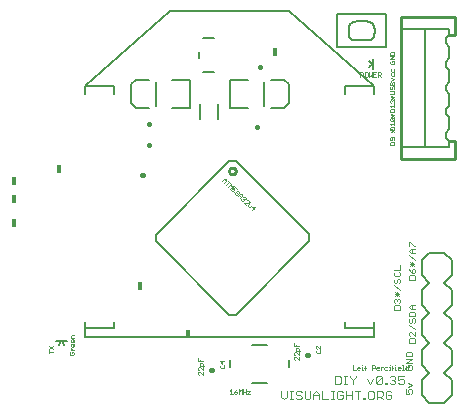
<source format=gto>
G75*
G70*
%OFA0B0*%
%FSLAX24Y24*%
%IPPOS*%
%LPD*%
%AMOC8*
5,1,8,0,0,1.08239X$1,22.5*
%
%ADD10C,0.0010*%
%ADD11C,0.0020*%
%ADD12C,0.0030*%
%ADD13C,0.0160*%
%ADD14C,0.0080*%
%ADD15C,0.0050*%
%ADD16R,0.0160X0.0280*%
%ADD17C,0.0100*%
D10*
X005970Y002255D02*
X005970Y002355D01*
X005970Y002402D02*
X006120Y002502D01*
X006120Y002402D02*
X005970Y002502D01*
X005970Y002305D02*
X006120Y002305D01*
X006670Y002280D02*
X006670Y002230D01*
X006695Y002205D01*
X006795Y002205D01*
X006820Y002230D01*
X006820Y002280D01*
X006795Y002305D01*
X006745Y002305D01*
X006745Y002255D01*
X006695Y002305D02*
X006670Y002280D01*
X006720Y002352D02*
X006820Y002352D01*
X006770Y002352D02*
X006720Y002402D01*
X006720Y002427D01*
X006745Y002475D02*
X006720Y002500D01*
X006720Y002550D01*
X006745Y002575D01*
X006770Y002575D01*
X006770Y002475D01*
X006795Y002475D02*
X006745Y002475D01*
X006795Y002475D02*
X006820Y002500D01*
X006820Y002550D01*
X006795Y002622D02*
X006745Y002622D01*
X006720Y002647D01*
X006720Y002697D01*
X006745Y002723D01*
X006770Y002723D01*
X006770Y002622D01*
X006795Y002622D02*
X006820Y002647D01*
X006820Y002697D01*
X006820Y002770D02*
X006720Y002770D01*
X006720Y002845D01*
X006745Y002870D01*
X006820Y002870D01*
X010955Y002083D02*
X010955Y001983D01*
X011105Y001983D01*
X011080Y001935D02*
X011105Y001910D01*
X011105Y001835D01*
X011105Y001788D02*
X011105Y001688D01*
X011005Y001788D01*
X010980Y001788D01*
X010955Y001763D01*
X010955Y001713D01*
X010980Y001688D01*
X010980Y001641D02*
X010955Y001616D01*
X010955Y001566D01*
X010980Y001541D01*
X010980Y001641D02*
X011005Y001641D01*
X011105Y001541D01*
X011105Y001641D01*
X011155Y001835D02*
X011005Y001835D01*
X011005Y001910D01*
X011030Y001935D01*
X011080Y001935D01*
X011030Y001983D02*
X011030Y002033D01*
X011680Y001983D02*
X011755Y001908D01*
X011755Y002008D01*
X011830Y001983D02*
X011680Y001983D01*
X011705Y001860D02*
X011680Y001835D01*
X011680Y001785D01*
X011705Y001760D01*
X011805Y001760D01*
X011830Y001785D01*
X011830Y001835D01*
X011805Y001860D01*
X012055Y001055D02*
X012055Y000905D01*
X012005Y000905D02*
X012105Y000905D01*
X012152Y000930D02*
X012177Y000905D01*
X012227Y000905D01*
X012252Y000930D01*
X012252Y000955D01*
X012227Y000980D01*
X012152Y000980D01*
X012152Y000930D01*
X012152Y000980D02*
X012202Y001030D01*
X012252Y001055D01*
X012300Y001055D02*
X012300Y000905D01*
X012400Y000905D02*
X012400Y001055D01*
X012350Y001005D01*
X012300Y001055D01*
X012447Y001055D02*
X012447Y000905D01*
X012447Y000980D02*
X012547Y000980D01*
X012594Y001005D02*
X012694Y001005D01*
X012594Y000905D01*
X012694Y000905D01*
X012547Y000905D02*
X012547Y001055D01*
X012055Y001055D02*
X012005Y001005D01*
X014155Y002066D02*
X014180Y002041D01*
X014155Y002066D02*
X014155Y002116D01*
X014180Y002141D01*
X014205Y002141D01*
X014305Y002041D01*
X014305Y002141D01*
X014305Y002188D02*
X014205Y002288D01*
X014180Y002288D01*
X014155Y002263D01*
X014155Y002213D01*
X014180Y002188D01*
X014305Y002188D02*
X014305Y002288D01*
X014305Y002335D02*
X014305Y002410D01*
X014280Y002435D01*
X014230Y002435D01*
X014205Y002410D01*
X014205Y002335D01*
X014355Y002335D01*
X014305Y002483D02*
X014155Y002483D01*
X014155Y002583D01*
X014230Y002533D02*
X014230Y002483D01*
X014880Y002483D02*
X014880Y002433D01*
X014905Y002408D01*
X014905Y002360D02*
X014880Y002335D01*
X014880Y002285D01*
X014905Y002260D01*
X015005Y002260D01*
X015030Y002285D01*
X015030Y002335D01*
X015005Y002360D01*
X015030Y002408D02*
X014930Y002508D01*
X014905Y002508D01*
X014880Y002483D01*
X015030Y002508D02*
X015030Y002408D01*
X016105Y001855D02*
X016105Y001705D01*
X016205Y001705D01*
X016252Y001730D02*
X016252Y001780D01*
X016277Y001805D01*
X016327Y001805D01*
X016352Y001780D01*
X016352Y001755D01*
X016252Y001755D01*
X016252Y001730D02*
X016277Y001705D01*
X016327Y001705D01*
X016400Y001705D02*
X016450Y001705D01*
X016425Y001705D02*
X016425Y001805D01*
X016400Y001805D01*
X016425Y001855D02*
X016425Y001880D01*
X016523Y001830D02*
X016548Y001855D01*
X016523Y001830D02*
X016523Y001705D01*
X016498Y001780D02*
X016548Y001780D01*
X016743Y001755D02*
X016818Y001755D01*
X016843Y001780D01*
X016843Y001830D01*
X016818Y001855D01*
X016743Y001855D01*
X016743Y001705D01*
X016891Y001730D02*
X016891Y001780D01*
X016916Y001805D01*
X016966Y001805D01*
X016991Y001780D01*
X016991Y001755D01*
X016891Y001755D01*
X016891Y001730D02*
X016916Y001705D01*
X016966Y001705D01*
X017038Y001705D02*
X017038Y001805D01*
X017038Y001755D02*
X017088Y001805D01*
X017113Y001805D01*
X017161Y001780D02*
X017161Y001730D01*
X017186Y001705D01*
X017261Y001705D01*
X017308Y001705D02*
X017358Y001705D01*
X017333Y001705D02*
X017333Y001805D01*
X017308Y001805D01*
X017261Y001805D02*
X017186Y001805D01*
X017161Y001780D01*
X017333Y001855D02*
X017333Y001880D01*
X017431Y001830D02*
X017456Y001855D01*
X017431Y001830D02*
X017431Y001705D01*
X017505Y001705D02*
X017555Y001705D01*
X017530Y001705D02*
X017530Y001805D01*
X017505Y001805D01*
X017456Y001780D02*
X017406Y001780D01*
X017530Y001855D02*
X017530Y001880D01*
X017603Y001780D02*
X017628Y001805D01*
X017678Y001805D01*
X017703Y001780D01*
X017703Y001755D01*
X017603Y001755D01*
X017603Y001730D02*
X017603Y001780D01*
X017603Y001730D02*
X017628Y001705D01*
X017678Y001705D01*
X017750Y001705D02*
X017800Y001705D01*
X017775Y001705D02*
X017775Y001855D01*
X017750Y001855D01*
X017848Y001780D02*
X017873Y001805D01*
X017948Y001805D01*
X017948Y001855D02*
X017948Y001705D01*
X017873Y001705D01*
X017848Y001730D01*
X017848Y001780D01*
X012813Y007055D02*
X012742Y007126D01*
X012849Y007126D01*
X012743Y007020D01*
X012674Y007124D02*
X012762Y007212D01*
X012691Y007283D02*
X012603Y007194D01*
X012603Y007159D01*
X012638Y007124D01*
X012674Y007124D01*
X012552Y007210D02*
X012481Y007281D01*
X012622Y007281D01*
X012640Y007299D01*
X012640Y007334D01*
X012604Y007369D01*
X012569Y007369D01*
X012536Y007403D02*
X012518Y007385D01*
X012482Y007385D01*
X012483Y007349D01*
X012465Y007332D01*
X012429Y007332D01*
X012394Y007367D01*
X012394Y007402D01*
X012343Y007418D02*
X012414Y007489D01*
X012413Y007560D01*
X012343Y007560D01*
X012272Y007489D01*
X012256Y007540D02*
X012291Y007575D01*
X012256Y007610D01*
X012256Y007540D02*
X012221Y007540D01*
X012185Y007575D01*
X012185Y007610D01*
X012256Y007681D01*
X012291Y007681D01*
X012327Y007646D01*
X012327Y007611D01*
X012325Y007542D02*
X012396Y007471D01*
X012465Y007473D02*
X012500Y007473D01*
X012535Y007438D01*
X012536Y007403D01*
X012482Y007385D02*
X012465Y007402D01*
X012134Y007626D02*
X012063Y007697D01*
X012169Y007803D01*
X012240Y007732D01*
X012152Y007714D02*
X012116Y007750D01*
X012136Y007836D02*
X012030Y007730D01*
X011959Y007801D02*
X012065Y007907D01*
X012065Y007836D01*
X012136Y007836D01*
X012031Y007940D02*
X011961Y008011D01*
X011996Y007976D02*
X011890Y007869D01*
X011821Y007938D02*
X011892Y008009D01*
X011892Y008080D01*
X011821Y008079D01*
X011750Y008009D01*
X011803Y008062D02*
X011874Y007991D01*
X016355Y011480D02*
X016355Y011630D01*
X016430Y011630D01*
X016455Y011605D01*
X016455Y011555D01*
X016430Y011530D01*
X016355Y011530D01*
X016502Y011505D02*
X016502Y011605D01*
X016527Y011630D01*
X016577Y011630D01*
X016602Y011605D01*
X016602Y011505D01*
X016577Y011480D01*
X016527Y011480D01*
X016502Y011505D01*
X016650Y011480D02*
X016650Y011630D01*
X016750Y011630D02*
X016750Y011480D01*
X016700Y011530D01*
X016650Y011480D01*
X016797Y011480D02*
X016897Y011480D01*
X016944Y011480D02*
X016944Y011630D01*
X017019Y011630D01*
X017044Y011605D01*
X017044Y011555D01*
X017019Y011530D01*
X016944Y011530D01*
X016994Y011530D02*
X017044Y011480D01*
X016897Y011630D02*
X016797Y011630D01*
X016797Y011480D01*
X016797Y011555D02*
X016847Y011555D01*
X017395Y011519D02*
X017420Y011494D01*
X017470Y011494D01*
X017495Y011519D01*
X017495Y011594D01*
X017470Y011642D02*
X017495Y011667D01*
X017495Y011742D01*
X017395Y011742D02*
X017395Y011667D01*
X017420Y011642D01*
X017470Y011642D01*
X017395Y011594D02*
X017395Y011519D01*
X017395Y011447D02*
X017495Y011397D01*
X017395Y011347D01*
X017395Y011300D02*
X017420Y011275D01*
X017420Y011200D01*
X017445Y011152D02*
X017470Y011152D01*
X017495Y011127D01*
X017495Y011077D01*
X017470Y011052D01*
X017470Y011005D02*
X017345Y011005D01*
X017370Y011052D02*
X017395Y011052D01*
X017420Y011077D01*
X017420Y011127D01*
X017445Y011152D01*
X017495Y011200D02*
X017495Y011275D01*
X017470Y011300D01*
X017445Y011300D01*
X017420Y011275D01*
X017395Y011300D02*
X017370Y011300D01*
X017345Y011275D01*
X017345Y011200D01*
X017495Y011200D01*
X017370Y011152D02*
X017345Y011127D01*
X017345Y011077D01*
X017370Y011052D01*
X017470Y011005D02*
X017495Y010980D01*
X017495Y010930D01*
X017470Y010905D01*
X017345Y010905D01*
X017370Y010847D02*
X017470Y010747D01*
X017470Y010700D02*
X017495Y010675D01*
X017495Y010625D01*
X017470Y010600D01*
X017495Y010552D02*
X017495Y010452D01*
X017495Y010502D02*
X017345Y010502D01*
X017395Y010452D01*
X017370Y010405D02*
X017345Y010380D01*
X017345Y010305D01*
X017495Y010305D01*
X017495Y010380D01*
X017470Y010405D01*
X017370Y010405D01*
X017370Y010247D02*
X017470Y010147D01*
X017470Y010100D02*
X017370Y010100D01*
X017470Y010000D01*
X017495Y010025D01*
X017495Y010075D01*
X017470Y010100D01*
X017420Y010147D02*
X017420Y010247D01*
X017470Y010247D02*
X017370Y010147D01*
X017370Y010100D02*
X017345Y010075D01*
X017345Y010025D01*
X017370Y010000D01*
X017470Y010000D01*
X017495Y009952D02*
X017495Y009852D01*
X017495Y009902D02*
X017345Y009902D01*
X017395Y009852D01*
X017370Y009805D02*
X017345Y009780D01*
X017345Y009705D01*
X017495Y009705D01*
X017495Y009780D01*
X017470Y009805D01*
X017370Y009805D01*
X017370Y009747D02*
X017470Y009647D01*
X017470Y009697D02*
X017370Y009697D01*
X017370Y009647D02*
X017470Y009747D01*
X017420Y009747D02*
X017420Y009647D01*
X017420Y009452D02*
X017420Y009377D01*
X017395Y009352D01*
X017370Y009352D01*
X017345Y009377D01*
X017345Y009427D01*
X017370Y009452D01*
X017470Y009452D01*
X017495Y009427D01*
X017495Y009377D01*
X017470Y009352D01*
X017470Y009305D02*
X017370Y009305D01*
X017345Y009280D01*
X017345Y009205D01*
X017495Y009205D01*
X017495Y009280D01*
X017470Y009305D01*
X017470Y010197D02*
X017370Y010197D01*
X017370Y010600D02*
X017345Y010625D01*
X017345Y010675D01*
X017370Y010700D01*
X017395Y010700D01*
X017420Y010675D01*
X017445Y010700D01*
X017470Y010700D01*
X017420Y010675D02*
X017420Y010650D01*
X017420Y010747D02*
X017420Y010847D01*
X017470Y010847D02*
X017370Y010747D01*
X017370Y010797D02*
X017470Y010797D01*
X017470Y011905D02*
X017370Y011905D01*
X017345Y011930D01*
X017345Y011980D01*
X017370Y012005D01*
X017420Y012005D02*
X017420Y011955D01*
X017420Y012005D02*
X017470Y012005D01*
X017495Y011980D01*
X017495Y011930D01*
X017470Y011905D01*
X017495Y012052D02*
X017345Y012052D01*
X017495Y012152D01*
X017345Y012152D01*
X017345Y012200D02*
X017345Y012275D01*
X017370Y012300D01*
X017470Y012300D01*
X017495Y012275D01*
X017495Y012200D01*
X017345Y012200D01*
D11*
X017970Y005962D02*
X018007Y005962D01*
X018153Y005815D01*
X018190Y005815D01*
X018190Y005741D02*
X018043Y005741D01*
X017970Y005667D01*
X018043Y005594D01*
X018190Y005594D01*
X018080Y005594D02*
X018080Y005741D01*
X017970Y005815D02*
X017970Y005962D01*
X017970Y005520D02*
X018190Y005373D01*
X018153Y005299D02*
X018007Y005152D01*
X018080Y005152D02*
X018080Y005299D01*
X018007Y005299D02*
X018153Y005152D01*
X018153Y005225D02*
X018007Y005225D01*
X017970Y005078D02*
X018007Y005004D01*
X018080Y004931D01*
X018080Y005041D01*
X018117Y005078D01*
X018153Y005078D01*
X018190Y005041D01*
X018190Y004968D01*
X018153Y004931D01*
X018080Y004931D01*
X018153Y004857D02*
X018007Y004857D01*
X017970Y004820D01*
X017970Y004710D01*
X018190Y004710D01*
X018190Y004820D01*
X018153Y004857D01*
X017690Y004852D02*
X017653Y004815D01*
X017507Y004815D01*
X017470Y004852D01*
X017470Y004925D01*
X017507Y004962D01*
X017470Y005036D02*
X017690Y005036D01*
X017690Y005183D01*
X017653Y004962D02*
X017690Y004925D01*
X017690Y004852D01*
X017653Y004741D02*
X017690Y004704D01*
X017690Y004631D01*
X017653Y004594D01*
X017580Y004631D02*
X017580Y004704D01*
X017617Y004741D01*
X017653Y004741D01*
X017580Y004631D02*
X017543Y004594D01*
X017507Y004594D01*
X017470Y004631D01*
X017470Y004704D01*
X017507Y004741D01*
X017470Y004520D02*
X017690Y004373D01*
X017653Y004299D02*
X017507Y004152D01*
X017580Y004152D02*
X017580Y004299D01*
X017507Y004299D02*
X017653Y004152D01*
X017653Y004225D02*
X017507Y004225D01*
X017507Y004078D02*
X017543Y004078D01*
X017580Y004041D01*
X017617Y004078D01*
X017653Y004078D01*
X017690Y004041D01*
X017690Y003968D01*
X017653Y003931D01*
X017653Y003857D02*
X017507Y003857D01*
X017470Y003820D01*
X017470Y003710D01*
X017690Y003710D01*
X017690Y003820D01*
X017653Y003857D01*
X017507Y003931D02*
X017470Y003968D01*
X017470Y004041D01*
X017507Y004078D01*
X017580Y004041D02*
X017580Y004004D01*
X017970Y003788D02*
X018043Y003862D01*
X018190Y003862D01*
X018080Y003862D02*
X018080Y003715D01*
X018043Y003715D02*
X017970Y003788D01*
X018043Y003715D02*
X018190Y003715D01*
X018153Y003641D02*
X018007Y003641D01*
X017970Y003604D01*
X017970Y003494D01*
X018190Y003494D01*
X018190Y003604D01*
X018153Y003641D01*
X018153Y003420D02*
X018190Y003383D01*
X018190Y003310D01*
X018153Y003273D01*
X018080Y003310D02*
X018043Y003273D01*
X018007Y003273D01*
X017970Y003310D01*
X017970Y003383D01*
X018007Y003420D01*
X018080Y003383D02*
X018117Y003420D01*
X018153Y003420D01*
X018080Y003383D02*
X018080Y003310D01*
X017970Y003199D02*
X018190Y003052D01*
X018190Y002978D02*
X018190Y002831D01*
X018043Y002978D01*
X018007Y002978D01*
X017970Y002941D01*
X017970Y002868D01*
X018007Y002831D01*
X018007Y002757D02*
X017970Y002720D01*
X017970Y002610D01*
X018190Y002610D01*
X018190Y002720D01*
X018153Y002757D01*
X018007Y002757D01*
X018053Y002299D02*
X017907Y002299D01*
X017870Y002262D01*
X017870Y002152D01*
X018090Y002152D01*
X018090Y002262D01*
X018053Y002299D01*
X018090Y002078D02*
X017870Y002078D01*
X017870Y001931D02*
X018090Y002078D01*
X018090Y001931D02*
X017870Y001931D01*
X017907Y001857D02*
X017870Y001820D01*
X017870Y001747D01*
X017907Y001710D01*
X018053Y001710D01*
X018090Y001747D01*
X018090Y001820D01*
X018053Y001857D01*
X017980Y001857D01*
X017980Y001783D01*
X017943Y001278D02*
X018090Y001204D01*
X017943Y001131D01*
X017980Y001057D02*
X018053Y001057D01*
X018090Y001020D01*
X018090Y000947D01*
X018053Y000910D01*
X017980Y000910D02*
X017943Y000983D01*
X017943Y001020D01*
X017980Y001057D01*
X017870Y001057D02*
X017870Y000910D01*
X017980Y000910D01*
D12*
X017772Y001215D02*
X017675Y001215D01*
X017627Y001263D01*
X017627Y001360D02*
X017723Y001408D01*
X017772Y001408D01*
X017820Y001360D01*
X017820Y001263D01*
X017772Y001215D01*
X017627Y001360D02*
X017627Y001505D01*
X017820Y001505D01*
X017526Y001457D02*
X017526Y001408D01*
X017477Y001360D01*
X017526Y001312D01*
X017526Y001263D01*
X017477Y001215D01*
X017380Y001215D01*
X017332Y001263D01*
X017233Y001263D02*
X017233Y001215D01*
X017185Y001215D01*
X017185Y001263D01*
X017233Y001263D01*
X017084Y001263D02*
X017035Y001215D01*
X016938Y001215D01*
X016890Y001263D01*
X017084Y001457D01*
X017084Y001263D01*
X016890Y001263D02*
X016890Y001457D01*
X016938Y001505D01*
X017035Y001505D01*
X017084Y001457D01*
X017332Y001457D02*
X017380Y001505D01*
X017477Y001505D01*
X017526Y001457D01*
X017477Y001360D02*
X017429Y001360D01*
X017347Y001005D02*
X017250Y001005D01*
X017202Y000957D01*
X017202Y000763D01*
X017250Y000715D01*
X017347Y000715D01*
X017395Y000763D01*
X017395Y000860D01*
X017298Y000860D01*
X017395Y000957D02*
X017347Y001005D01*
X017101Y000957D02*
X017101Y000860D01*
X017052Y000812D01*
X016907Y000812D01*
X017004Y000812D02*
X017101Y000715D01*
X016907Y000715D02*
X016907Y001005D01*
X017052Y001005D01*
X017101Y000957D01*
X016806Y000957D02*
X016806Y000763D01*
X016758Y000715D01*
X016661Y000715D01*
X016612Y000763D01*
X016612Y000957D01*
X016661Y001005D01*
X016758Y001005D01*
X016806Y000957D01*
X016513Y000763D02*
X016513Y000715D01*
X016465Y000715D01*
X016465Y000763D01*
X016513Y000763D01*
X016267Y000715D02*
X016267Y001005D01*
X016170Y001005D02*
X016364Y001005D01*
X016069Y001005D02*
X016069Y000715D01*
X016069Y000860D02*
X015876Y000860D01*
X015775Y000860D02*
X015775Y000763D01*
X015726Y000715D01*
X015630Y000715D01*
X015581Y000763D01*
X015581Y000957D01*
X015630Y001005D01*
X015726Y001005D01*
X015775Y000957D01*
X015775Y000860D02*
X015678Y000860D01*
X015481Y000715D02*
X015385Y000715D01*
X015433Y000715D02*
X015433Y001005D01*
X015385Y001005D02*
X015481Y001005D01*
X015515Y001215D02*
X015660Y001215D01*
X015708Y001263D01*
X015708Y001457D01*
X015660Y001505D01*
X015515Y001505D01*
X015515Y001215D01*
X015810Y001215D02*
X015906Y001215D01*
X015858Y001215D02*
X015858Y001505D01*
X015810Y001505D02*
X015906Y001505D01*
X016006Y001505D02*
X016006Y001457D01*
X016103Y001360D01*
X016103Y001215D01*
X016103Y001360D02*
X016200Y001457D01*
X016200Y001505D01*
X016595Y001408D02*
X016692Y001215D01*
X016789Y001408D01*
X015876Y001005D02*
X015876Y000715D01*
X015284Y000715D02*
X015090Y000715D01*
X015090Y001005D01*
X014989Y000908D02*
X014989Y000715D01*
X014989Y000860D02*
X014795Y000860D01*
X014795Y000908D02*
X014892Y001005D01*
X014989Y000908D01*
X014795Y000908D02*
X014795Y000715D01*
X014694Y000763D02*
X014694Y001005D01*
X014501Y001005D02*
X014501Y000763D01*
X014549Y000715D01*
X014646Y000715D01*
X014694Y000763D01*
X014400Y000763D02*
X014351Y000715D01*
X014254Y000715D01*
X014206Y000763D01*
X014254Y000860D02*
X014206Y000908D01*
X014206Y000957D01*
X014254Y001005D01*
X014351Y001005D01*
X014400Y000957D01*
X014351Y000860D02*
X014400Y000812D01*
X014400Y000763D01*
X014351Y000860D02*
X014254Y000860D01*
X014106Y000715D02*
X014010Y000715D01*
X014058Y000715D02*
X014058Y001005D01*
X014010Y001005D02*
X014106Y001005D01*
X013908Y001005D02*
X013908Y000812D01*
X013812Y000715D01*
X013715Y000812D01*
X013715Y001005D01*
D13*
X014588Y002200D02*
X014612Y002200D01*
X011412Y001700D02*
X011388Y001700D01*
X009112Y008200D02*
X009088Y008200D01*
X009300Y009188D02*
X009300Y009212D01*
X009300Y009888D02*
X009300Y009912D01*
X012900Y009812D02*
X012900Y009788D01*
X013000Y011788D02*
X013000Y011812D01*
D14*
X012606Y011372D02*
X012016Y011372D01*
X012016Y010428D01*
X012606Y010428D01*
X013394Y010428D02*
X013827Y010428D01*
X013984Y010585D01*
X013984Y011215D01*
X013827Y011372D01*
X013394Y011372D01*
X011600Y010550D02*
X011600Y010050D01*
X011000Y010050D02*
X011000Y010550D01*
X010684Y010428D02*
X010094Y010428D01*
X010684Y010428D02*
X010684Y011372D01*
X010094Y011372D01*
X009306Y011372D02*
X008873Y011372D01*
X008716Y011215D01*
X008716Y010585D01*
X008873Y010428D01*
X009306Y010428D01*
X008161Y010910D02*
X008161Y011166D01*
X007177Y011166D01*
X007177Y010910D01*
X007177Y011166D02*
X010031Y013666D01*
X013969Y013666D01*
X016823Y011166D01*
X015839Y011166D01*
X015839Y010910D01*
X016823Y010910D02*
X016823Y011166D01*
X016767Y011719D02*
X016767Y011900D01*
X016645Y011808D01*
X016767Y011900D02*
X016767Y012081D01*
X016645Y011986D02*
X016761Y011910D01*
X012207Y008661D02*
X014661Y006216D01*
X014661Y005993D01*
X012216Y003539D01*
X011993Y003539D01*
X009539Y005984D01*
X009539Y006207D01*
X011984Y008661D01*
X012207Y008661D01*
X011469Y011640D02*
X011131Y011640D01*
X010981Y012094D02*
X010981Y012306D01*
X011131Y012760D02*
X011469Y012760D01*
X018650Y005600D02*
X019150Y005600D01*
X019400Y005350D01*
X019400Y004850D01*
X019150Y004600D01*
X019400Y004350D01*
X019400Y003850D01*
X019150Y003600D01*
X019400Y003350D01*
X019400Y002850D01*
X019150Y002600D01*
X019400Y002350D01*
X019400Y001850D01*
X019150Y001600D01*
X019400Y001350D01*
X019400Y000850D01*
X019150Y000600D01*
X018650Y000600D01*
X018400Y000850D01*
X018400Y001350D01*
X018650Y001600D01*
X018400Y001850D01*
X018400Y002350D01*
X018650Y002600D01*
X018400Y002850D01*
X018400Y003350D01*
X018650Y003600D01*
X018400Y003850D01*
X018400Y004350D01*
X018650Y004600D01*
X018400Y004850D01*
X018400Y005350D01*
X018650Y005600D01*
X016823Y003312D02*
X016823Y003095D01*
X015839Y003095D01*
X015839Y003312D01*
X016823Y003095D02*
X016823Y002800D01*
X007177Y002800D01*
X007177Y003095D01*
X008161Y003095D01*
X008161Y003312D01*
X007177Y003312D02*
X007177Y003095D01*
X006581Y002667D02*
X006400Y002667D01*
X006492Y002545D01*
X006400Y002667D02*
X006219Y002667D01*
X006314Y002545D02*
X006390Y002661D01*
X012016Y002018D02*
X012016Y001782D01*
X012764Y001270D02*
X013236Y001270D01*
X013984Y001782D02*
X013984Y002018D01*
X013236Y002530D02*
X012764Y002530D01*
D15*
X017752Y009131D02*
X018500Y009131D01*
X018500Y013069D01*
X017752Y013069D01*
X017752Y009131D01*
X018500Y009131D02*
X019319Y009131D01*
X019319Y009328D01*
X019201Y009446D01*
X019201Y009604D01*
X019319Y009722D01*
X019319Y010116D01*
X019201Y010234D01*
X019201Y010391D01*
X019319Y010509D01*
X019319Y010903D01*
X019201Y011021D01*
X019201Y011179D01*
X019319Y011297D01*
X019319Y011691D01*
X019201Y011809D01*
X019201Y011966D01*
X019319Y012084D01*
X019319Y012478D01*
X019201Y012596D01*
X019201Y012754D01*
X019319Y012872D01*
X019319Y013069D01*
X018500Y013069D01*
X017227Y013551D02*
X017227Y012449D01*
X015573Y012449D01*
X015573Y013551D01*
X017227Y013551D01*
X016833Y013079D02*
X016833Y012921D01*
X016831Y012893D01*
X016826Y012865D01*
X016818Y012837D01*
X016806Y012811D01*
X016791Y012787D01*
X016774Y012765D01*
X016753Y012744D01*
X016731Y012727D01*
X016707Y012712D01*
X016681Y012700D01*
X016653Y012692D01*
X016625Y012687D01*
X016597Y012685D01*
X016203Y012685D01*
X016175Y012687D01*
X016147Y012692D01*
X016119Y012700D01*
X016093Y012712D01*
X016069Y012727D01*
X016047Y012744D01*
X016026Y012765D01*
X016009Y012787D01*
X015994Y012811D01*
X015982Y012837D01*
X015974Y012865D01*
X015969Y012893D01*
X015967Y012921D01*
X015967Y013079D01*
X015969Y013107D01*
X015974Y013135D01*
X015982Y013163D01*
X015994Y013189D01*
X016009Y013213D01*
X016026Y013235D01*
X016047Y013256D01*
X016069Y013273D01*
X016093Y013288D01*
X016119Y013300D01*
X016147Y013308D01*
X016175Y013313D01*
X016203Y013315D01*
X016597Y013315D01*
X016625Y013313D01*
X016653Y013308D01*
X016681Y013300D01*
X016707Y013288D01*
X016731Y013273D01*
X016753Y013256D01*
X016774Y013235D01*
X016791Y013213D01*
X016806Y013189D01*
X016818Y013163D01*
X016826Y013135D01*
X016831Y013107D01*
X016833Y013079D01*
X013150Y011300D02*
X013150Y010500D01*
X009550Y010500D02*
X009550Y011300D01*
D16*
X013500Y012300D03*
X006300Y008400D03*
X004800Y008000D03*
X004800Y007400D03*
X004800Y006600D03*
X009000Y004500D03*
X010600Y002900D03*
D17*
X011985Y008327D02*
X011987Y008347D01*
X011992Y008367D01*
X012002Y008385D01*
X012014Y008402D01*
X012029Y008416D01*
X012047Y008426D01*
X012066Y008434D01*
X012086Y008438D01*
X012106Y008438D01*
X012126Y008434D01*
X012145Y008426D01*
X012163Y008416D01*
X012178Y008402D01*
X012190Y008385D01*
X012200Y008367D01*
X012205Y008347D01*
X012207Y008327D01*
X012205Y008307D01*
X012200Y008287D01*
X012190Y008269D01*
X012178Y008252D01*
X012163Y008238D01*
X012145Y008228D01*
X012126Y008220D01*
X012106Y008216D01*
X012086Y008216D01*
X012066Y008220D01*
X012047Y008228D01*
X012029Y008238D01*
X012014Y008252D01*
X012002Y008269D01*
X011992Y008287D01*
X011987Y008307D01*
X011985Y008327D01*
X017713Y008738D02*
X019516Y008738D01*
X019516Y009328D01*
X019319Y009328D01*
X017713Y008738D02*
X017713Y013462D01*
X019516Y013462D01*
X019516Y012872D01*
X019319Y012872D01*
M02*

</source>
